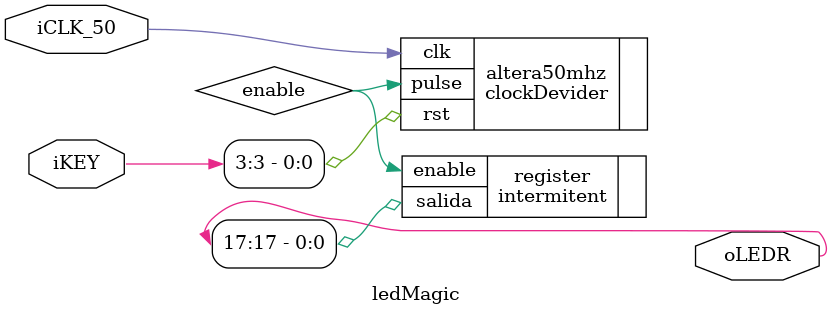
<source format=v>
`timescale 1ns / 1ps
module ledMagic(
  input[3:0] iKEY,
	 input iCLK_50,
	 output[17:0] oLEDR
    );
wire enable;

clockDevider altera50mhz (.clk(iCLK_50),.pulse(enable),.rst(iKEY[3]));
intermitent register (.enable(enable),.salida(oLEDR[17]));


endmodule

</source>
